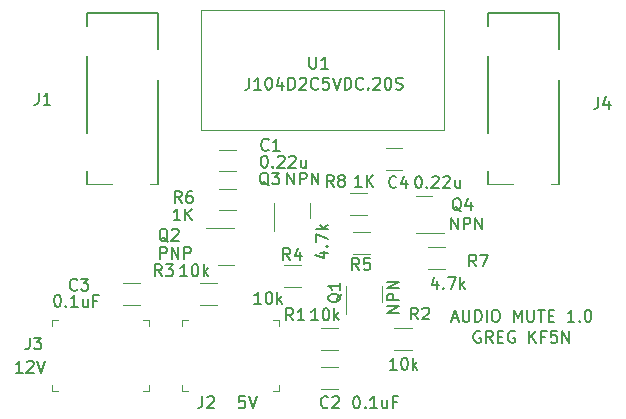
<source format=gto>
G04 #@! TF.GenerationSoftware,KiCad,Pcbnew,6.0.9-8da3e8f707~116~ubuntu20.04.1*
G04 #@! TF.CreationDate,2022-11-10T07:20:07-05:00*
G04 #@! TF.ProjectId,audiomute,61756469-6f6d-4757-9465-2e6b69636164,rev?*
G04 #@! TF.SameCoordinates,Original*
G04 #@! TF.FileFunction,Legend,Top*
G04 #@! TF.FilePolarity,Positive*
%FSLAX46Y46*%
G04 Gerber Fmt 4.6, Leading zero omitted, Abs format (unit mm)*
G04 Created by KiCad (PCBNEW 6.0.9-8da3e8f707~116~ubuntu20.04.1) date 2022-11-10 07:20:07*
%MOMM*%
%LPD*%
G01*
G04 APERTURE LIST*
%ADD10C,0.150000*%
%ADD11C,0.127000*%
%ADD12C,0.120000*%
%ADD13C,0.100000*%
G04 APERTURE END LIST*
D10*
X120579000Y-100592000D02*
X120483761Y-100544380D01*
X120340904Y-100544380D01*
X120198047Y-100592000D01*
X120102809Y-100687238D01*
X120055190Y-100782476D01*
X120007571Y-100972952D01*
X120007571Y-101115809D01*
X120055190Y-101306285D01*
X120102809Y-101401523D01*
X120198047Y-101496761D01*
X120340904Y-101544380D01*
X120436142Y-101544380D01*
X120579000Y-101496761D01*
X120626619Y-101449142D01*
X120626619Y-101115809D01*
X120436142Y-101115809D01*
X121626619Y-101544380D02*
X121293285Y-101068190D01*
X121055190Y-101544380D02*
X121055190Y-100544380D01*
X121436142Y-100544380D01*
X121531380Y-100592000D01*
X121579000Y-100639619D01*
X121626619Y-100734857D01*
X121626619Y-100877714D01*
X121579000Y-100972952D01*
X121531380Y-101020571D01*
X121436142Y-101068190D01*
X121055190Y-101068190D01*
X122055190Y-101020571D02*
X122388523Y-101020571D01*
X122531380Y-101544380D02*
X122055190Y-101544380D01*
X122055190Y-100544380D01*
X122531380Y-100544380D01*
X123483761Y-100592000D02*
X123388523Y-100544380D01*
X123245666Y-100544380D01*
X123102809Y-100592000D01*
X123007571Y-100687238D01*
X122959952Y-100782476D01*
X122912333Y-100972952D01*
X122912333Y-101115809D01*
X122959952Y-101306285D01*
X123007571Y-101401523D01*
X123102809Y-101496761D01*
X123245666Y-101544380D01*
X123340904Y-101544380D01*
X123483761Y-101496761D01*
X123531380Y-101449142D01*
X123531380Y-101115809D01*
X123340904Y-101115809D01*
X124721857Y-101544380D02*
X124721857Y-100544380D01*
X125293285Y-101544380D02*
X124864714Y-100972952D01*
X125293285Y-100544380D02*
X124721857Y-101115809D01*
X126055190Y-101020571D02*
X125721857Y-101020571D01*
X125721857Y-101544380D02*
X125721857Y-100544380D01*
X126198047Y-100544380D01*
X127055190Y-100544380D02*
X126579000Y-100544380D01*
X126531380Y-101020571D01*
X126579000Y-100972952D01*
X126674238Y-100925333D01*
X126912333Y-100925333D01*
X127007571Y-100972952D01*
X127055190Y-101020571D01*
X127102809Y-101115809D01*
X127102809Y-101353904D01*
X127055190Y-101449142D01*
X127007571Y-101496761D01*
X126912333Y-101544380D01*
X126674238Y-101544380D01*
X126579000Y-101496761D01*
X126531380Y-101449142D01*
X127531380Y-101544380D02*
X127531380Y-100544380D01*
X128102809Y-101544380D01*
X128102809Y-100544380D01*
X81829352Y-104084380D02*
X81257923Y-104084380D01*
X81543638Y-104084380D02*
X81543638Y-103084380D01*
X81448400Y-103227238D01*
X81353161Y-103322476D01*
X81257923Y-103370095D01*
X82210304Y-103179619D02*
X82257923Y-103132000D01*
X82353161Y-103084380D01*
X82591257Y-103084380D01*
X82686495Y-103132000D01*
X82734114Y-103179619D01*
X82781733Y-103274857D01*
X82781733Y-103370095D01*
X82734114Y-103512952D01*
X82162685Y-104084380D01*
X82781733Y-104084380D01*
X83067447Y-103084380D02*
X83400780Y-104084380D01*
X83734114Y-103084380D01*
X100647523Y-106081580D02*
X100171333Y-106081580D01*
X100123714Y-106557771D01*
X100171333Y-106510152D01*
X100266571Y-106462533D01*
X100504666Y-106462533D01*
X100599904Y-106510152D01*
X100647523Y-106557771D01*
X100695142Y-106653009D01*
X100695142Y-106891104D01*
X100647523Y-106986342D01*
X100599904Y-107033961D01*
X100504666Y-107081580D01*
X100266571Y-107081580D01*
X100171333Y-107033961D01*
X100123714Y-106986342D01*
X100980857Y-106081580D02*
X101314190Y-107081580D01*
X101647523Y-106081580D01*
X118174238Y-99480666D02*
X118650428Y-99480666D01*
X118079000Y-99766380D02*
X118412333Y-98766380D01*
X118745666Y-99766380D01*
X119079000Y-98766380D02*
X119079000Y-99575904D01*
X119126619Y-99671142D01*
X119174238Y-99718761D01*
X119269476Y-99766380D01*
X119459952Y-99766380D01*
X119555190Y-99718761D01*
X119602809Y-99671142D01*
X119650428Y-99575904D01*
X119650428Y-98766380D01*
X120126619Y-99766380D02*
X120126619Y-98766380D01*
X120364714Y-98766380D01*
X120507571Y-98814000D01*
X120602809Y-98909238D01*
X120650428Y-99004476D01*
X120698047Y-99194952D01*
X120698047Y-99337809D01*
X120650428Y-99528285D01*
X120602809Y-99623523D01*
X120507571Y-99718761D01*
X120364714Y-99766380D01*
X120126619Y-99766380D01*
X121126619Y-99766380D02*
X121126619Y-98766380D01*
X121793285Y-98766380D02*
X121983761Y-98766380D01*
X122079000Y-98814000D01*
X122174238Y-98909238D01*
X122221857Y-99099714D01*
X122221857Y-99433047D01*
X122174238Y-99623523D01*
X122079000Y-99718761D01*
X121983761Y-99766380D01*
X121793285Y-99766380D01*
X121698047Y-99718761D01*
X121602809Y-99623523D01*
X121555190Y-99433047D01*
X121555190Y-99099714D01*
X121602809Y-98909238D01*
X121698047Y-98814000D01*
X121793285Y-98766380D01*
X123412333Y-99766380D02*
X123412333Y-98766380D01*
X123745666Y-99480666D01*
X124079000Y-98766380D01*
X124079000Y-99766380D01*
X124555190Y-98766380D02*
X124555190Y-99575904D01*
X124602809Y-99671142D01*
X124650428Y-99718761D01*
X124745666Y-99766380D01*
X124936142Y-99766380D01*
X125031380Y-99718761D01*
X125079000Y-99671142D01*
X125126619Y-99575904D01*
X125126619Y-98766380D01*
X125459952Y-98766380D02*
X126031380Y-98766380D01*
X125745666Y-99766380D02*
X125745666Y-98766380D01*
X126364714Y-99242571D02*
X126698047Y-99242571D01*
X126840904Y-99766380D02*
X126364714Y-99766380D01*
X126364714Y-98766380D01*
X126840904Y-98766380D01*
X128555190Y-99766380D02*
X127983761Y-99766380D01*
X128269476Y-99766380D02*
X128269476Y-98766380D01*
X128174238Y-98909238D01*
X128079000Y-99004476D01*
X127983761Y-99052095D01*
X128983761Y-99671142D02*
X129031380Y-99718761D01*
X128983761Y-99766380D01*
X128936142Y-99718761D01*
X128983761Y-99671142D01*
X128983761Y-99766380D01*
X129650428Y-98766380D02*
X129745666Y-98766380D01*
X129840904Y-98814000D01*
X129888523Y-98861619D01*
X129936142Y-98956857D01*
X129983761Y-99147333D01*
X129983761Y-99385428D01*
X129936142Y-99575904D01*
X129888523Y-99671142D01*
X129840904Y-99718761D01*
X129745666Y-99766380D01*
X129650428Y-99766380D01*
X129555190Y-99718761D01*
X129507571Y-99671142D01*
X129459952Y-99575904D01*
X129412333Y-99385428D01*
X129412333Y-99147333D01*
X129459952Y-98956857D01*
X129507571Y-98861619D01*
X129555190Y-98814000D01*
X129650428Y-98766380D01*
X83181302Y-80375853D02*
X83181302Y-81091348D01*
X83133602Y-81234447D01*
X83038203Y-81329847D01*
X82895104Y-81377546D01*
X82799705Y-81377546D01*
X84182995Y-81377546D02*
X83610599Y-81377546D01*
X83896797Y-81377546D02*
X83896797Y-80375853D01*
X83801398Y-80518952D01*
X83705998Y-80614352D01*
X83610599Y-80662051D01*
X130577702Y-80731453D02*
X130577702Y-81446948D01*
X130530002Y-81590047D01*
X130434603Y-81685447D01*
X130291504Y-81733146D01*
X130196105Y-81733146D01*
X131483996Y-81065351D02*
X131483996Y-81733146D01*
X131245497Y-80683754D02*
X131006999Y-81399249D01*
X131627095Y-81399249D01*
X115301733Y-99563180D02*
X114968400Y-99086990D01*
X114730304Y-99563180D02*
X114730304Y-98563180D01*
X115111257Y-98563180D01*
X115206495Y-98610800D01*
X115254114Y-98658419D01*
X115301733Y-98753657D01*
X115301733Y-98896514D01*
X115254114Y-98991752D01*
X115206495Y-99039371D01*
X115111257Y-99086990D01*
X114730304Y-99086990D01*
X115682685Y-98658419D02*
X115730304Y-98610800D01*
X115825542Y-98563180D01*
X116063638Y-98563180D01*
X116158876Y-98610800D01*
X116206495Y-98658419D01*
X116254114Y-98753657D01*
X116254114Y-98848895D01*
X116206495Y-98991752D01*
X115635066Y-99563180D01*
X116254114Y-99563180D01*
X113501561Y-103830380D02*
X112930133Y-103830380D01*
X113215847Y-103830380D02*
X113215847Y-102830380D01*
X113120609Y-102973238D01*
X113025371Y-103068476D01*
X112930133Y-103116095D01*
X114120609Y-102830380D02*
X114215847Y-102830380D01*
X114311085Y-102878000D01*
X114358704Y-102925619D01*
X114406323Y-103020857D01*
X114453942Y-103211333D01*
X114453942Y-103449428D01*
X114406323Y-103639904D01*
X114358704Y-103735142D01*
X114311085Y-103782761D01*
X114215847Y-103830380D01*
X114120609Y-103830380D01*
X114025371Y-103782761D01*
X113977752Y-103735142D01*
X113930133Y-103639904D01*
X113882514Y-103449428D01*
X113882514Y-103211333D01*
X113930133Y-103020857D01*
X113977752Y-102925619D01*
X114025371Y-102878000D01*
X114120609Y-102830380D01*
X114882514Y-103830380D02*
X114882514Y-102830380D01*
X114977752Y-103449428D02*
X115263466Y-103830380D01*
X115263466Y-103163714D02*
X114882514Y-103544666D01*
X108802419Y-97377238D02*
X108754800Y-97472476D01*
X108659561Y-97567714D01*
X108516704Y-97710571D01*
X108469085Y-97805809D01*
X108469085Y-97901047D01*
X108707180Y-97853428D02*
X108659561Y-97948666D01*
X108564323Y-98043904D01*
X108373847Y-98091523D01*
X108040514Y-98091523D01*
X107850038Y-98043904D01*
X107754800Y-97948666D01*
X107707180Y-97853428D01*
X107707180Y-97662952D01*
X107754800Y-97567714D01*
X107850038Y-97472476D01*
X108040514Y-97424857D01*
X108373847Y-97424857D01*
X108564323Y-97472476D01*
X108659561Y-97567714D01*
X108707180Y-97662952D01*
X108707180Y-97853428D01*
X108707180Y-96472476D02*
X108707180Y-97043904D01*
X108707180Y-96758190D02*
X107707180Y-96758190D01*
X107850038Y-96853428D01*
X107945276Y-96948666D01*
X107992895Y-97043904D01*
X113685580Y-98997923D02*
X112685580Y-98997923D01*
X113685580Y-98426495D01*
X112685580Y-98426495D01*
X113685580Y-97950304D02*
X112685580Y-97950304D01*
X112685580Y-97569352D01*
X112733200Y-97474114D01*
X112780819Y-97426495D01*
X112876057Y-97378876D01*
X113018914Y-97378876D01*
X113114152Y-97426495D01*
X113161771Y-97474114D01*
X113209390Y-97569352D01*
X113209390Y-97950304D01*
X113685580Y-96950304D02*
X112685580Y-96950304D01*
X113685580Y-96378876D01*
X112685580Y-96378876D01*
X102673161Y-88228419D02*
X102577923Y-88180800D01*
X102482685Y-88085561D01*
X102339828Y-87942704D01*
X102244590Y-87895085D01*
X102149352Y-87895085D01*
X102196971Y-88133180D02*
X102101733Y-88085561D01*
X102006495Y-87990323D01*
X101958876Y-87799847D01*
X101958876Y-87466514D01*
X102006495Y-87276038D01*
X102101733Y-87180800D01*
X102196971Y-87133180D01*
X102387447Y-87133180D01*
X102482685Y-87180800D01*
X102577923Y-87276038D01*
X102625542Y-87466514D01*
X102625542Y-87799847D01*
X102577923Y-87990323D01*
X102482685Y-88085561D01*
X102387447Y-88133180D01*
X102196971Y-88133180D01*
X102958876Y-87133180D02*
X103577923Y-87133180D01*
X103244590Y-87514133D01*
X103387447Y-87514133D01*
X103482685Y-87561752D01*
X103530304Y-87609371D01*
X103577923Y-87704609D01*
X103577923Y-87942704D01*
X103530304Y-88037942D01*
X103482685Y-88085561D01*
X103387447Y-88133180D01*
X103101733Y-88133180D01*
X103006495Y-88085561D01*
X102958876Y-88037942D01*
X104252876Y-88133180D02*
X104252876Y-87133180D01*
X104824304Y-88133180D01*
X104824304Y-87133180D01*
X105300495Y-88133180D02*
X105300495Y-87133180D01*
X105681447Y-87133180D01*
X105776685Y-87180800D01*
X105824304Y-87228419D01*
X105871923Y-87323657D01*
X105871923Y-87466514D01*
X105824304Y-87561752D01*
X105776685Y-87609371D01*
X105681447Y-87656990D01*
X105300495Y-87656990D01*
X106300495Y-88133180D02*
X106300495Y-87133180D01*
X106871923Y-88133180D01*
X106871923Y-87133180D01*
X107681733Y-106986342D02*
X107634114Y-107033961D01*
X107491257Y-107081580D01*
X107396019Y-107081580D01*
X107253161Y-107033961D01*
X107157923Y-106938723D01*
X107110304Y-106843485D01*
X107062685Y-106653009D01*
X107062685Y-106510152D01*
X107110304Y-106319676D01*
X107157923Y-106224438D01*
X107253161Y-106129200D01*
X107396019Y-106081580D01*
X107491257Y-106081580D01*
X107634114Y-106129200D01*
X107681733Y-106176819D01*
X108062685Y-106176819D02*
X108110304Y-106129200D01*
X108205542Y-106081580D01*
X108443638Y-106081580D01*
X108538876Y-106129200D01*
X108586495Y-106176819D01*
X108634114Y-106272057D01*
X108634114Y-106367295D01*
X108586495Y-106510152D01*
X108015066Y-107081580D01*
X108634114Y-107081580D01*
X110066342Y-106081580D02*
X110161580Y-106081580D01*
X110256819Y-106129200D01*
X110304438Y-106176819D01*
X110352057Y-106272057D01*
X110399676Y-106462533D01*
X110399676Y-106700628D01*
X110352057Y-106891104D01*
X110304438Y-106986342D01*
X110256819Y-107033961D01*
X110161580Y-107081580D01*
X110066342Y-107081580D01*
X109971104Y-107033961D01*
X109923485Y-106986342D01*
X109875866Y-106891104D01*
X109828247Y-106700628D01*
X109828247Y-106462533D01*
X109875866Y-106272057D01*
X109923485Y-106176819D01*
X109971104Y-106129200D01*
X110066342Y-106081580D01*
X110828247Y-106986342D02*
X110875866Y-107033961D01*
X110828247Y-107081580D01*
X110780628Y-107033961D01*
X110828247Y-106986342D01*
X110828247Y-107081580D01*
X111828247Y-107081580D02*
X111256819Y-107081580D01*
X111542533Y-107081580D02*
X111542533Y-106081580D01*
X111447295Y-106224438D01*
X111352057Y-106319676D01*
X111256819Y-106367295D01*
X112685390Y-106414914D02*
X112685390Y-107081580D01*
X112256819Y-106414914D02*
X112256819Y-106938723D01*
X112304438Y-107033961D01*
X112399676Y-107081580D01*
X112542533Y-107081580D01*
X112637771Y-107033961D01*
X112685390Y-106986342D01*
X113494914Y-106557771D02*
X113161580Y-106557771D01*
X113161580Y-107081580D02*
X113161580Y-106081580D01*
X113637771Y-106081580D01*
X97050266Y-106068380D02*
X97050266Y-106782666D01*
X97002647Y-106925523D01*
X96907409Y-107020761D01*
X96764552Y-107068380D01*
X96669314Y-107068380D01*
X97478838Y-106163619D02*
X97526457Y-106116000D01*
X97621695Y-106068380D01*
X97859790Y-106068380D01*
X97955028Y-106116000D01*
X98002647Y-106163619D01*
X98050266Y-106258857D01*
X98050266Y-106354095D01*
X98002647Y-106496952D01*
X97431219Y-107068380D01*
X98050266Y-107068380D01*
X108173093Y-88353620D02*
X107839760Y-87877430D01*
X107601664Y-88353620D02*
X107601664Y-87353620D01*
X107982617Y-87353620D01*
X108077855Y-87401240D01*
X108125474Y-87448859D01*
X108173093Y-87544097D01*
X108173093Y-87686954D01*
X108125474Y-87782192D01*
X108077855Y-87829811D01*
X107982617Y-87877430D01*
X107601664Y-87877430D01*
X108744521Y-87782192D02*
X108649283Y-87734573D01*
X108601664Y-87686954D01*
X108554045Y-87591716D01*
X108554045Y-87544097D01*
X108601664Y-87448859D01*
X108649283Y-87401240D01*
X108744521Y-87353620D01*
X108934998Y-87353620D01*
X109030236Y-87401240D01*
X109077855Y-87448859D01*
X109125474Y-87544097D01*
X109125474Y-87591716D01*
X109077855Y-87686954D01*
X109030236Y-87734573D01*
X108934998Y-87782192D01*
X108744521Y-87782192D01*
X108649283Y-87829811D01*
X108601664Y-87877430D01*
X108554045Y-87972668D01*
X108554045Y-88163144D01*
X108601664Y-88258382D01*
X108649283Y-88306001D01*
X108744521Y-88353620D01*
X108934998Y-88353620D01*
X109030236Y-88306001D01*
X109077855Y-88258382D01*
X109125474Y-88163144D01*
X109125474Y-87972668D01*
X109077855Y-87877430D01*
X109030236Y-87829811D01*
X108934998Y-87782192D01*
X110529714Y-88336380D02*
X109958285Y-88336380D01*
X110244000Y-88336380D02*
X110244000Y-87336380D01*
X110148761Y-87479238D01*
X110053523Y-87574476D01*
X109958285Y-87622095D01*
X110958285Y-88336380D02*
X110958285Y-87336380D01*
X111529714Y-88336380D02*
X111101142Y-87764952D01*
X111529714Y-87336380D02*
X110958285Y-87907809D01*
X102652533Y-85193142D02*
X102604914Y-85240761D01*
X102462057Y-85288380D01*
X102366819Y-85288380D01*
X102223961Y-85240761D01*
X102128723Y-85145523D01*
X102081104Y-85050285D01*
X102033485Y-84859809D01*
X102033485Y-84716952D01*
X102081104Y-84526476D01*
X102128723Y-84431238D01*
X102223961Y-84336000D01*
X102366819Y-84288380D01*
X102462057Y-84288380D01*
X102604914Y-84336000D01*
X102652533Y-84383619D01*
X103604914Y-85288380D02*
X103033485Y-85288380D01*
X103319200Y-85288380D02*
X103319200Y-84288380D01*
X103223961Y-84431238D01*
X103128723Y-84526476D01*
X103033485Y-84574095D01*
X102246323Y-85710780D02*
X102341561Y-85710780D01*
X102436800Y-85758400D01*
X102484419Y-85806019D01*
X102532038Y-85901257D01*
X102579657Y-86091733D01*
X102579657Y-86329828D01*
X102532038Y-86520304D01*
X102484419Y-86615542D01*
X102436800Y-86663161D01*
X102341561Y-86710780D01*
X102246323Y-86710780D01*
X102151085Y-86663161D01*
X102103466Y-86615542D01*
X102055847Y-86520304D01*
X102008228Y-86329828D01*
X102008228Y-86091733D01*
X102055847Y-85901257D01*
X102103466Y-85806019D01*
X102151085Y-85758400D01*
X102246323Y-85710780D01*
X103008228Y-86615542D02*
X103055847Y-86663161D01*
X103008228Y-86710780D01*
X102960609Y-86663161D01*
X103008228Y-86615542D01*
X103008228Y-86710780D01*
X103436800Y-85806019D02*
X103484419Y-85758400D01*
X103579657Y-85710780D01*
X103817752Y-85710780D01*
X103912990Y-85758400D01*
X103960609Y-85806019D01*
X104008228Y-85901257D01*
X104008228Y-85996495D01*
X103960609Y-86139352D01*
X103389180Y-86710780D01*
X104008228Y-86710780D01*
X104389180Y-85806019D02*
X104436800Y-85758400D01*
X104532038Y-85710780D01*
X104770133Y-85710780D01*
X104865371Y-85758400D01*
X104912990Y-85806019D01*
X104960609Y-85901257D01*
X104960609Y-85996495D01*
X104912990Y-86139352D01*
X104341561Y-86710780D01*
X104960609Y-86710780D01*
X105817752Y-86044114D02*
X105817752Y-86710780D01*
X105389180Y-86044114D02*
X105389180Y-86567923D01*
X105436800Y-86663161D01*
X105532038Y-86710780D01*
X105674895Y-86710780D01*
X105770133Y-86663161D01*
X105817752Y-86615542D01*
X86447333Y-97029542D02*
X86399714Y-97077161D01*
X86256857Y-97124780D01*
X86161619Y-97124780D01*
X86018761Y-97077161D01*
X85923523Y-96981923D01*
X85875904Y-96886685D01*
X85828285Y-96696209D01*
X85828285Y-96553352D01*
X85875904Y-96362876D01*
X85923523Y-96267638D01*
X86018761Y-96172400D01*
X86161619Y-96124780D01*
X86256857Y-96124780D01*
X86399714Y-96172400D01*
X86447333Y-96220019D01*
X86780666Y-96124780D02*
X87399714Y-96124780D01*
X87066380Y-96505733D01*
X87209238Y-96505733D01*
X87304476Y-96553352D01*
X87352095Y-96600971D01*
X87399714Y-96696209D01*
X87399714Y-96934304D01*
X87352095Y-97029542D01*
X87304476Y-97077161D01*
X87209238Y-97124780D01*
X86923523Y-97124780D01*
X86828285Y-97077161D01*
X86780666Y-97029542D01*
X84725902Y-97496380D02*
X84821140Y-97496380D01*
X84916379Y-97544000D01*
X84963998Y-97591619D01*
X85011617Y-97686857D01*
X85059236Y-97877333D01*
X85059236Y-98115428D01*
X85011617Y-98305904D01*
X84963998Y-98401142D01*
X84916379Y-98448761D01*
X84821140Y-98496380D01*
X84725902Y-98496380D01*
X84630664Y-98448761D01*
X84583045Y-98401142D01*
X84535426Y-98305904D01*
X84487807Y-98115428D01*
X84487807Y-97877333D01*
X84535426Y-97686857D01*
X84583045Y-97591619D01*
X84630664Y-97544000D01*
X84725902Y-97496380D01*
X85487807Y-98401142D02*
X85535426Y-98448761D01*
X85487807Y-98496380D01*
X85440188Y-98448761D01*
X85487807Y-98401142D01*
X85487807Y-98496380D01*
X86487807Y-98496380D02*
X85916379Y-98496380D01*
X86202093Y-98496380D02*
X86202093Y-97496380D01*
X86106855Y-97639238D01*
X86011617Y-97734476D01*
X85916379Y-97782095D01*
X87344950Y-97829714D02*
X87344950Y-98496380D01*
X86916379Y-97829714D02*
X86916379Y-98353523D01*
X86963998Y-98448761D01*
X87059236Y-98496380D01*
X87202093Y-98496380D01*
X87297331Y-98448761D01*
X87344950Y-98401142D01*
X88154474Y-97972571D02*
X87821140Y-97972571D01*
X87821140Y-98496380D02*
X87821140Y-97496380D01*
X88297331Y-97496380D01*
X93610133Y-95905580D02*
X93276800Y-95429390D01*
X93038704Y-95905580D02*
X93038704Y-94905580D01*
X93419657Y-94905580D01*
X93514895Y-94953200D01*
X93562514Y-95000819D01*
X93610133Y-95096057D01*
X93610133Y-95238914D01*
X93562514Y-95334152D01*
X93514895Y-95381771D01*
X93419657Y-95429390D01*
X93038704Y-95429390D01*
X93943466Y-94905580D02*
X94562514Y-94905580D01*
X94229180Y-95286533D01*
X94372038Y-95286533D01*
X94467276Y-95334152D01*
X94514895Y-95381771D01*
X94562514Y-95477009D01*
X94562514Y-95715104D01*
X94514895Y-95810342D01*
X94467276Y-95857961D01*
X94372038Y-95905580D01*
X94086323Y-95905580D01*
X93991085Y-95857961D01*
X93943466Y-95810342D01*
X95772361Y-95905580D02*
X95200933Y-95905580D01*
X95486647Y-95905580D02*
X95486647Y-94905580D01*
X95391409Y-95048438D01*
X95296171Y-95143676D01*
X95200933Y-95191295D01*
X96391409Y-94905580D02*
X96486647Y-94905580D01*
X96581885Y-94953200D01*
X96629504Y-95000819D01*
X96677123Y-95096057D01*
X96724742Y-95286533D01*
X96724742Y-95524628D01*
X96677123Y-95715104D01*
X96629504Y-95810342D01*
X96581885Y-95857961D01*
X96486647Y-95905580D01*
X96391409Y-95905580D01*
X96296171Y-95857961D01*
X96248552Y-95810342D01*
X96200933Y-95715104D01*
X96153314Y-95524628D01*
X96153314Y-95286533D01*
X96200933Y-95096057D01*
X96248552Y-95000819D01*
X96296171Y-94953200D01*
X96391409Y-94905580D01*
X97153314Y-95905580D02*
X97153314Y-94905580D01*
X97248552Y-95524628D02*
X97534266Y-95905580D01*
X97534266Y-95238914D02*
X97153314Y-95619866D01*
X95286533Y-89707980D02*
X94953200Y-89231790D01*
X94715104Y-89707980D02*
X94715104Y-88707980D01*
X95096057Y-88707980D01*
X95191295Y-88755600D01*
X95238914Y-88803219D01*
X95286533Y-88898457D01*
X95286533Y-89041314D01*
X95238914Y-89136552D01*
X95191295Y-89184171D01*
X95096057Y-89231790D01*
X94715104Y-89231790D01*
X96143676Y-88707980D02*
X95953200Y-88707980D01*
X95857961Y-88755600D01*
X95810342Y-88803219D01*
X95715104Y-88946076D01*
X95667485Y-89136552D01*
X95667485Y-89517504D01*
X95715104Y-89612742D01*
X95762723Y-89660361D01*
X95857961Y-89707980D01*
X96048438Y-89707980D01*
X96143676Y-89660361D01*
X96191295Y-89612742D01*
X96238914Y-89517504D01*
X96238914Y-89279409D01*
X96191295Y-89184171D01*
X96143676Y-89136552D01*
X96048438Y-89088933D01*
X95857961Y-89088933D01*
X95762723Y-89136552D01*
X95715104Y-89184171D01*
X95667485Y-89279409D01*
X95188114Y-91181180D02*
X94616685Y-91181180D01*
X94902400Y-91181180D02*
X94902400Y-90181180D01*
X94807161Y-90324038D01*
X94711923Y-90419276D01*
X94616685Y-90466895D01*
X95616685Y-91181180D02*
X95616685Y-90181180D01*
X96188114Y-91181180D02*
X95759542Y-90609752D01*
X96188114Y-90181180D02*
X95616685Y-90752609D01*
X106121295Y-77328780D02*
X106121295Y-78138304D01*
X106168914Y-78233542D01*
X106216533Y-78281161D01*
X106311771Y-78328780D01*
X106502247Y-78328780D01*
X106597485Y-78281161D01*
X106645104Y-78233542D01*
X106692723Y-78138304D01*
X106692723Y-77328780D01*
X107692723Y-78328780D02*
X107121295Y-78328780D01*
X107407009Y-78328780D02*
X107407009Y-77328780D01*
X107311771Y-77471638D01*
X107216533Y-77566876D01*
X107121295Y-77614495D01*
X101007066Y-79106780D02*
X101007066Y-79821066D01*
X100959447Y-79963923D01*
X100864209Y-80059161D01*
X100721352Y-80106780D01*
X100626114Y-80106780D01*
X102007066Y-80106780D02*
X101435638Y-80106780D01*
X101721352Y-80106780D02*
X101721352Y-79106780D01*
X101626114Y-79249638D01*
X101530876Y-79344876D01*
X101435638Y-79392495D01*
X102626114Y-79106780D02*
X102721352Y-79106780D01*
X102816590Y-79154400D01*
X102864209Y-79202019D01*
X102911828Y-79297257D01*
X102959447Y-79487733D01*
X102959447Y-79725828D01*
X102911828Y-79916304D01*
X102864209Y-80011542D01*
X102816590Y-80059161D01*
X102721352Y-80106780D01*
X102626114Y-80106780D01*
X102530876Y-80059161D01*
X102483257Y-80011542D01*
X102435638Y-79916304D01*
X102388019Y-79725828D01*
X102388019Y-79487733D01*
X102435638Y-79297257D01*
X102483257Y-79202019D01*
X102530876Y-79154400D01*
X102626114Y-79106780D01*
X103816590Y-79440114D02*
X103816590Y-80106780D01*
X103578495Y-79059161D02*
X103340400Y-79773447D01*
X103959447Y-79773447D01*
X104340400Y-80106780D02*
X104340400Y-79106780D01*
X104578495Y-79106780D01*
X104721352Y-79154400D01*
X104816590Y-79249638D01*
X104864209Y-79344876D01*
X104911828Y-79535352D01*
X104911828Y-79678209D01*
X104864209Y-79868685D01*
X104816590Y-79963923D01*
X104721352Y-80059161D01*
X104578495Y-80106780D01*
X104340400Y-80106780D01*
X105292780Y-79202019D02*
X105340400Y-79154400D01*
X105435638Y-79106780D01*
X105673733Y-79106780D01*
X105768971Y-79154400D01*
X105816590Y-79202019D01*
X105864209Y-79297257D01*
X105864209Y-79392495D01*
X105816590Y-79535352D01*
X105245161Y-80106780D01*
X105864209Y-80106780D01*
X106864209Y-80011542D02*
X106816590Y-80059161D01*
X106673733Y-80106780D01*
X106578495Y-80106780D01*
X106435638Y-80059161D01*
X106340400Y-79963923D01*
X106292780Y-79868685D01*
X106245161Y-79678209D01*
X106245161Y-79535352D01*
X106292780Y-79344876D01*
X106340400Y-79249638D01*
X106435638Y-79154400D01*
X106578495Y-79106780D01*
X106673733Y-79106780D01*
X106816590Y-79154400D01*
X106864209Y-79202019D01*
X107768971Y-79106780D02*
X107292780Y-79106780D01*
X107245161Y-79582971D01*
X107292780Y-79535352D01*
X107388019Y-79487733D01*
X107626114Y-79487733D01*
X107721352Y-79535352D01*
X107768971Y-79582971D01*
X107816590Y-79678209D01*
X107816590Y-79916304D01*
X107768971Y-80011542D01*
X107721352Y-80059161D01*
X107626114Y-80106780D01*
X107388019Y-80106780D01*
X107292780Y-80059161D01*
X107245161Y-80011542D01*
X108102304Y-79106780D02*
X108435638Y-80106780D01*
X108768971Y-79106780D01*
X109102304Y-80106780D02*
X109102304Y-79106780D01*
X109340400Y-79106780D01*
X109483257Y-79154400D01*
X109578495Y-79249638D01*
X109626114Y-79344876D01*
X109673733Y-79535352D01*
X109673733Y-79678209D01*
X109626114Y-79868685D01*
X109578495Y-79963923D01*
X109483257Y-80059161D01*
X109340400Y-80106780D01*
X109102304Y-80106780D01*
X110673733Y-80011542D02*
X110626114Y-80059161D01*
X110483257Y-80106780D01*
X110388019Y-80106780D01*
X110245161Y-80059161D01*
X110149923Y-79963923D01*
X110102304Y-79868685D01*
X110054685Y-79678209D01*
X110054685Y-79535352D01*
X110102304Y-79344876D01*
X110149923Y-79249638D01*
X110245161Y-79154400D01*
X110388019Y-79106780D01*
X110483257Y-79106780D01*
X110626114Y-79154400D01*
X110673733Y-79202019D01*
X111102304Y-80011542D02*
X111149923Y-80059161D01*
X111102304Y-80106780D01*
X111054685Y-80059161D01*
X111102304Y-80011542D01*
X111102304Y-80106780D01*
X111530876Y-79202019D02*
X111578495Y-79154400D01*
X111673733Y-79106780D01*
X111911828Y-79106780D01*
X112007066Y-79154400D01*
X112054685Y-79202019D01*
X112102304Y-79297257D01*
X112102304Y-79392495D01*
X112054685Y-79535352D01*
X111483257Y-80106780D01*
X112102304Y-80106780D01*
X112721352Y-79106780D02*
X112816590Y-79106780D01*
X112911828Y-79154400D01*
X112959447Y-79202019D01*
X113007066Y-79297257D01*
X113054685Y-79487733D01*
X113054685Y-79725828D01*
X113007066Y-79916304D01*
X112959447Y-80011542D01*
X112911828Y-80059161D01*
X112816590Y-80106780D01*
X112721352Y-80106780D01*
X112626114Y-80059161D01*
X112578495Y-80011542D01*
X112530876Y-79916304D01*
X112483257Y-79725828D01*
X112483257Y-79487733D01*
X112530876Y-79297257D01*
X112578495Y-79202019D01*
X112626114Y-79154400D01*
X112721352Y-79106780D01*
X113435638Y-80059161D02*
X113578495Y-80106780D01*
X113816590Y-80106780D01*
X113911828Y-80059161D01*
X113959447Y-80011542D01*
X114007066Y-79916304D01*
X114007066Y-79821066D01*
X113959447Y-79725828D01*
X113911828Y-79678209D01*
X113816590Y-79630590D01*
X113626114Y-79582971D01*
X113530876Y-79535352D01*
X113483257Y-79487733D01*
X113435638Y-79392495D01*
X113435638Y-79297257D01*
X113483257Y-79202019D01*
X113530876Y-79154400D01*
X113626114Y-79106780D01*
X113864209Y-79106780D01*
X114007066Y-79154400D01*
X120238093Y-95084620D02*
X119904760Y-94608430D01*
X119666664Y-95084620D02*
X119666664Y-94084620D01*
X120047617Y-94084620D01*
X120142855Y-94132240D01*
X120190474Y-94179859D01*
X120238093Y-94275097D01*
X120238093Y-94417954D01*
X120190474Y-94513192D01*
X120142855Y-94560811D01*
X120047617Y-94608430D01*
X119666664Y-94608430D01*
X120571426Y-94084620D02*
X121238093Y-94084620D01*
X120809521Y-95084620D01*
X116936188Y-96322954D02*
X116936188Y-96989620D01*
X116698093Y-95942001D02*
X116459998Y-96656287D01*
X117079045Y-96656287D01*
X117459998Y-96894382D02*
X117507617Y-96942001D01*
X117459998Y-96989620D01*
X117412379Y-96942001D01*
X117459998Y-96894382D01*
X117459998Y-96989620D01*
X117840950Y-95989620D02*
X118507617Y-95989620D01*
X118079045Y-96989620D01*
X118888569Y-96989620D02*
X118888569Y-95989620D01*
X118983807Y-96608668D02*
X119269521Y-96989620D01*
X119269521Y-96322954D02*
X118888569Y-96703906D01*
X104490093Y-94534620D02*
X104156760Y-94058430D01*
X103918664Y-94534620D02*
X103918664Y-93534620D01*
X104299617Y-93534620D01*
X104394855Y-93582240D01*
X104442474Y-93629859D01*
X104490093Y-93725097D01*
X104490093Y-93867954D01*
X104442474Y-93963192D01*
X104394855Y-94010811D01*
X104299617Y-94058430D01*
X103918664Y-94058430D01*
X105347236Y-93867954D02*
X105347236Y-94534620D01*
X105109140Y-93487001D02*
X104871045Y-94201287D01*
X105490093Y-94201287D01*
X102029521Y-98259620D02*
X101458093Y-98259620D01*
X101743807Y-98259620D02*
X101743807Y-97259620D01*
X101648569Y-97402478D01*
X101553331Y-97497716D01*
X101458093Y-97545335D01*
X102648569Y-97259620D02*
X102743807Y-97259620D01*
X102839045Y-97307240D01*
X102886664Y-97354859D01*
X102934283Y-97450097D01*
X102981902Y-97640573D01*
X102981902Y-97878668D01*
X102934283Y-98069144D01*
X102886664Y-98164382D01*
X102839045Y-98212001D01*
X102743807Y-98259620D01*
X102648569Y-98259620D01*
X102553331Y-98212001D01*
X102505712Y-98164382D01*
X102458093Y-98069144D01*
X102410474Y-97878668D01*
X102410474Y-97640573D01*
X102458093Y-97450097D01*
X102505712Y-97354859D01*
X102553331Y-97307240D01*
X102648569Y-97259620D01*
X103410474Y-98259620D02*
X103410474Y-97259620D01*
X103505712Y-97878668D02*
X103791426Y-98259620D01*
X103791426Y-97592954D02*
X103410474Y-97973906D01*
X94138761Y-93003619D02*
X94043523Y-92956000D01*
X93948285Y-92860761D01*
X93805428Y-92717904D01*
X93710190Y-92670285D01*
X93614952Y-92670285D01*
X93662571Y-92908380D02*
X93567333Y-92860761D01*
X93472095Y-92765523D01*
X93424476Y-92575047D01*
X93424476Y-92241714D01*
X93472095Y-92051238D01*
X93567333Y-91956000D01*
X93662571Y-91908380D01*
X93853047Y-91908380D01*
X93948285Y-91956000D01*
X94043523Y-92051238D01*
X94091142Y-92241714D01*
X94091142Y-92575047D01*
X94043523Y-92765523D01*
X93948285Y-92860761D01*
X93853047Y-92908380D01*
X93662571Y-92908380D01*
X94472095Y-92003619D02*
X94519714Y-91956000D01*
X94614952Y-91908380D01*
X94853047Y-91908380D01*
X94948285Y-91956000D01*
X94995904Y-92003619D01*
X95043523Y-92098857D01*
X95043523Y-92194095D01*
X94995904Y-92336952D01*
X94424476Y-92908380D01*
X95043523Y-92908380D01*
X93456285Y-94432380D02*
X93456285Y-93432380D01*
X93837238Y-93432380D01*
X93932476Y-93480000D01*
X93980095Y-93527619D01*
X94027714Y-93622857D01*
X94027714Y-93765714D01*
X93980095Y-93860952D01*
X93932476Y-93908571D01*
X93837238Y-93956190D01*
X93456285Y-93956190D01*
X94456285Y-94432380D02*
X94456285Y-93432380D01*
X95027714Y-94432380D01*
X95027714Y-93432380D01*
X95503904Y-94432380D02*
X95503904Y-93432380D01*
X95884857Y-93432380D01*
X95980095Y-93480000D01*
X96027714Y-93527619D01*
X96075333Y-93622857D01*
X96075333Y-93765714D01*
X96027714Y-93860952D01*
X95980095Y-93908571D01*
X95884857Y-93956190D01*
X95503904Y-93956190D01*
X104735333Y-99639380D02*
X104402000Y-99163190D01*
X104163904Y-99639380D02*
X104163904Y-98639380D01*
X104544857Y-98639380D01*
X104640095Y-98687000D01*
X104687714Y-98734619D01*
X104735333Y-98829857D01*
X104735333Y-98972714D01*
X104687714Y-99067952D01*
X104640095Y-99115571D01*
X104544857Y-99163190D01*
X104163904Y-99163190D01*
X105687714Y-99639380D02*
X105116285Y-99639380D01*
X105402000Y-99639380D02*
X105402000Y-98639380D01*
X105306761Y-98782238D01*
X105211523Y-98877476D01*
X105116285Y-98925095D01*
X106846761Y-99639380D02*
X106275333Y-99639380D01*
X106561047Y-99639380D02*
X106561047Y-98639380D01*
X106465809Y-98782238D01*
X106370571Y-98877476D01*
X106275333Y-98925095D01*
X107465809Y-98639380D02*
X107561047Y-98639380D01*
X107656285Y-98687000D01*
X107703904Y-98734619D01*
X107751523Y-98829857D01*
X107799142Y-99020333D01*
X107799142Y-99258428D01*
X107751523Y-99448904D01*
X107703904Y-99544142D01*
X107656285Y-99591761D01*
X107561047Y-99639380D01*
X107465809Y-99639380D01*
X107370571Y-99591761D01*
X107322952Y-99544142D01*
X107275333Y-99448904D01*
X107227714Y-99258428D01*
X107227714Y-99020333D01*
X107275333Y-98829857D01*
X107322952Y-98734619D01*
X107370571Y-98687000D01*
X107465809Y-98639380D01*
X108227714Y-99639380D02*
X108227714Y-98639380D01*
X108322952Y-99258428D02*
X108608666Y-99639380D01*
X108608666Y-98972714D02*
X108227714Y-99353666D01*
X118979961Y-90412819D02*
X118884723Y-90365200D01*
X118789485Y-90269961D01*
X118646628Y-90127104D01*
X118551390Y-90079485D01*
X118456152Y-90079485D01*
X118503771Y-90317580D02*
X118408533Y-90269961D01*
X118313295Y-90174723D01*
X118265676Y-89984247D01*
X118265676Y-89650914D01*
X118313295Y-89460438D01*
X118408533Y-89365200D01*
X118503771Y-89317580D01*
X118694247Y-89317580D01*
X118789485Y-89365200D01*
X118884723Y-89460438D01*
X118932342Y-89650914D01*
X118932342Y-89984247D01*
X118884723Y-90174723D01*
X118789485Y-90269961D01*
X118694247Y-90317580D01*
X118503771Y-90317580D01*
X119789485Y-89650914D02*
X119789485Y-90317580D01*
X119551390Y-89269961D02*
X119313295Y-89984247D01*
X119932342Y-89984247D01*
X118121276Y-91943180D02*
X118121276Y-90943180D01*
X118692704Y-91943180D01*
X118692704Y-90943180D01*
X119168895Y-91943180D02*
X119168895Y-90943180D01*
X119549847Y-90943180D01*
X119645085Y-90990800D01*
X119692704Y-91038419D01*
X119740323Y-91133657D01*
X119740323Y-91276514D01*
X119692704Y-91371752D01*
X119645085Y-91419371D01*
X119549847Y-91466990D01*
X119168895Y-91466990D01*
X120168895Y-91943180D02*
X120168895Y-90943180D01*
X120740323Y-91943180D01*
X120740323Y-90943180D01*
X82419866Y-101103180D02*
X82419866Y-101817466D01*
X82372247Y-101960323D01*
X82277009Y-102055561D01*
X82134152Y-102103180D01*
X82038914Y-102103180D01*
X82800819Y-101103180D02*
X83419866Y-101103180D01*
X83086533Y-101484133D01*
X83229390Y-101484133D01*
X83324628Y-101531752D01*
X83372247Y-101579371D01*
X83419866Y-101674609D01*
X83419866Y-101912704D01*
X83372247Y-102007942D01*
X83324628Y-102055561D01*
X83229390Y-102103180D01*
X82943676Y-102103180D01*
X82848438Y-102055561D01*
X82800819Y-102007942D01*
X113472933Y-88342742D02*
X113425314Y-88390361D01*
X113282457Y-88437980D01*
X113187219Y-88437980D01*
X113044361Y-88390361D01*
X112949123Y-88295123D01*
X112901504Y-88199885D01*
X112853885Y-88009409D01*
X112853885Y-87866552D01*
X112901504Y-87676076D01*
X112949123Y-87580838D01*
X113044361Y-87485600D01*
X113187219Y-87437980D01*
X113282457Y-87437980D01*
X113425314Y-87485600D01*
X113472933Y-87533219D01*
X114330076Y-87771314D02*
X114330076Y-88437980D01*
X114091980Y-87390361D02*
X113853885Y-88104647D01*
X114472933Y-88104647D01*
X115301923Y-87437980D02*
X115397161Y-87437980D01*
X115492400Y-87485600D01*
X115540019Y-87533219D01*
X115587638Y-87628457D01*
X115635257Y-87818933D01*
X115635257Y-88057028D01*
X115587638Y-88247504D01*
X115540019Y-88342742D01*
X115492400Y-88390361D01*
X115397161Y-88437980D01*
X115301923Y-88437980D01*
X115206685Y-88390361D01*
X115159066Y-88342742D01*
X115111447Y-88247504D01*
X115063828Y-88057028D01*
X115063828Y-87818933D01*
X115111447Y-87628457D01*
X115159066Y-87533219D01*
X115206685Y-87485600D01*
X115301923Y-87437980D01*
X116063828Y-88342742D02*
X116111447Y-88390361D01*
X116063828Y-88437980D01*
X116016209Y-88390361D01*
X116063828Y-88342742D01*
X116063828Y-88437980D01*
X116492400Y-87533219D02*
X116540019Y-87485600D01*
X116635257Y-87437980D01*
X116873352Y-87437980D01*
X116968590Y-87485600D01*
X117016209Y-87533219D01*
X117063828Y-87628457D01*
X117063828Y-87723695D01*
X117016209Y-87866552D01*
X116444780Y-88437980D01*
X117063828Y-88437980D01*
X117444780Y-87533219D02*
X117492400Y-87485600D01*
X117587638Y-87437980D01*
X117825733Y-87437980D01*
X117920971Y-87485600D01*
X117968590Y-87533219D01*
X118016209Y-87628457D01*
X118016209Y-87723695D01*
X117968590Y-87866552D01*
X117397161Y-88437980D01*
X118016209Y-88437980D01*
X118873352Y-87771314D02*
X118873352Y-88437980D01*
X118444780Y-87771314D02*
X118444780Y-88295123D01*
X118492400Y-88390361D01*
X118587638Y-88437980D01*
X118730495Y-88437980D01*
X118825733Y-88390361D01*
X118873352Y-88342742D01*
X110332093Y-95380620D02*
X109998760Y-94904430D01*
X109760664Y-95380620D02*
X109760664Y-94380620D01*
X110141617Y-94380620D01*
X110236855Y-94428240D01*
X110284474Y-94475859D01*
X110332093Y-94571097D01*
X110332093Y-94713954D01*
X110284474Y-94809192D01*
X110236855Y-94856811D01*
X110141617Y-94904430D01*
X109760664Y-94904430D01*
X111236855Y-94380620D02*
X110760664Y-94380620D01*
X110713045Y-94856811D01*
X110760664Y-94809192D01*
X110855902Y-94761573D01*
X111093998Y-94761573D01*
X111189236Y-94809192D01*
X111236855Y-94856811D01*
X111284474Y-94952049D01*
X111284474Y-95190144D01*
X111236855Y-95285382D01*
X111189236Y-95333001D01*
X111093998Y-95380620D01*
X110855902Y-95380620D01*
X110760664Y-95333001D01*
X110713045Y-95285382D01*
X106982474Y-93909811D02*
X107649140Y-93909811D01*
X106601521Y-94147906D02*
X107315807Y-94386001D01*
X107315807Y-93766954D01*
X107553902Y-93386001D02*
X107601521Y-93338382D01*
X107649140Y-93386001D01*
X107601521Y-93433620D01*
X107553902Y-93386001D01*
X107649140Y-93386001D01*
X106649140Y-93005049D02*
X106649140Y-92338382D01*
X107649140Y-92766954D01*
X107649140Y-91957430D02*
X106649140Y-91957430D01*
X107268188Y-91862192D02*
X107649140Y-91576478D01*
X106982474Y-91576478D02*
X107363426Y-91957430D01*
D11*
X87797000Y-73609500D02*
X92797000Y-73609500D01*
X87297000Y-87009500D02*
X87297000Y-88109500D01*
X92797000Y-73609500D02*
X93297000Y-73609500D01*
X93297000Y-79309500D02*
X93297000Y-88109500D01*
X93297000Y-73609500D02*
X93297000Y-76709500D01*
D12*
X93297000Y-88109500D02*
X92633800Y-88107700D01*
D11*
X87297000Y-77309500D02*
X87297000Y-83809500D01*
X87297000Y-73609500D02*
X87297000Y-74709500D01*
D12*
X87297000Y-88109500D02*
X89433400Y-88107700D01*
D11*
X87297000Y-73609500D02*
X87797000Y-73609500D01*
X121706000Y-73609500D02*
X126706000Y-73609500D01*
X121206000Y-87009500D02*
X121206000Y-88109500D01*
X126706000Y-73609500D02*
X127206000Y-73609500D01*
X127206000Y-79309500D02*
X127206000Y-88109500D01*
X127206000Y-73609500D02*
X127206000Y-76709500D01*
D12*
X127206000Y-88109500D02*
X126542800Y-88107700D01*
D11*
X121206000Y-77309500D02*
X121206000Y-83809500D01*
X121206000Y-73609500D02*
X121206000Y-74709500D01*
D12*
X121206000Y-88109500D02*
X123342400Y-88107700D01*
D11*
X121206000Y-73609500D02*
X121706000Y-73609500D01*
D12*
X113318936Y-102129000D02*
X114773064Y-102129000D01*
X113318936Y-100309000D02*
X114773064Y-100309000D01*
X109184000Y-97409000D02*
X109184000Y-96759000D01*
X112304000Y-97409000D02*
X112304000Y-98059000D01*
X112304000Y-97409000D02*
X112304000Y-96759000D01*
X109184000Y-97409000D02*
X109184000Y-99084000D01*
X103088000Y-90373200D02*
X103088000Y-89723200D01*
X103088000Y-90373200D02*
X103088000Y-92048200D01*
X106208000Y-90373200D02*
X106208000Y-89723200D01*
X106208000Y-90373200D02*
X106208000Y-91023200D01*
X108534252Y-105431000D02*
X107111748Y-105431000D01*
X108534252Y-103611000D02*
X107111748Y-103611000D01*
D13*
X103541000Y-99616000D02*
X103041000Y-99616000D01*
X103541000Y-105616000D02*
X103041000Y-105616000D01*
X103541000Y-105616000D02*
X103541000Y-105116000D01*
X95341000Y-105616000D02*
X95341000Y-105116000D01*
X103541000Y-99616000D02*
X103541000Y-100116000D01*
X95341000Y-99616000D02*
X95341000Y-100116000D01*
X95341000Y-99616000D02*
X95841000Y-99616000D01*
X95341000Y-105616000D02*
X95841000Y-105616000D01*
D12*
X109517696Y-90716240D02*
X110971824Y-90716240D01*
X109517696Y-88896240D02*
X110971824Y-88896240D01*
X99898252Y-87016000D02*
X98475748Y-87016000D01*
X99898252Y-85196000D02*
X98475748Y-85196000D01*
X90356508Y-98336240D02*
X91779012Y-98336240D01*
X90356508Y-96516240D02*
X91779012Y-96516240D01*
X96817696Y-98336240D02*
X98271824Y-98336240D01*
X96817696Y-96516240D02*
X98271824Y-96516240D01*
X98468696Y-88515240D02*
X99922824Y-88515240D01*
X98468696Y-90335240D02*
X99922824Y-90335240D01*
X117551000Y-73406000D02*
X96977000Y-73406000D01*
X96977000Y-83566000D02*
X117551000Y-83566000D01*
X117551000Y-83566000D02*
X117551000Y-73406000D01*
X96977000Y-73406000D02*
X96977000Y-83566000D01*
X116121696Y-95288240D02*
X117575824Y-95288240D01*
X116121696Y-93468240D02*
X117575824Y-93468240D01*
X103929696Y-96812240D02*
X105383824Y-96812240D01*
X103929696Y-94992240D02*
X105383824Y-94992240D01*
X99068760Y-94922240D02*
X99718760Y-94922240D01*
X99068760Y-91802240D02*
X99718760Y-91802240D01*
X99068760Y-91802240D02*
X97393760Y-91802240D01*
X99068760Y-94922240D02*
X98418760Y-94922240D01*
X107095936Y-102129000D02*
X108550064Y-102129000D01*
X107095936Y-100309000D02*
X108550064Y-100309000D01*
X115832760Y-92255240D02*
X117507760Y-92255240D01*
X115832760Y-89135240D02*
X115182760Y-89135240D01*
X115832760Y-89135240D02*
X116482760Y-89135240D01*
X115832760Y-92255240D02*
X115182760Y-92255240D01*
D13*
X84316000Y-99616000D02*
X84316000Y-100116000D01*
X84316000Y-105616000D02*
X84816000Y-105616000D01*
X84316000Y-105616000D02*
X84316000Y-105116000D01*
X92516000Y-99616000D02*
X92516000Y-100116000D01*
X92516000Y-99616000D02*
X92016000Y-99616000D01*
X92516000Y-105616000D02*
X92016000Y-105616000D01*
X84316000Y-99616000D02*
X84816000Y-99616000D01*
X92516000Y-105616000D02*
X92516000Y-105116000D01*
D12*
X112572748Y-86889000D02*
X113995252Y-86889000D01*
X112572748Y-85069000D02*
X113995252Y-85069000D01*
X111225824Y-94018240D02*
X109771696Y-94018240D01*
X111225824Y-92198240D02*
X109771696Y-92198240D01*
M02*

</source>
